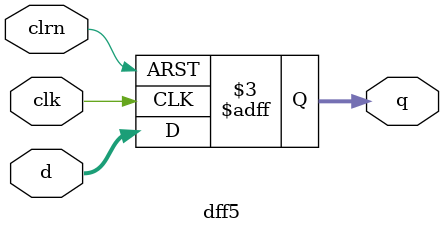
<source format=v>
module dff32 (d,clk,clrn,q);
   input  [31:0] d;
   input         clk,clrn;
   output [31:0] q;
   reg 	[31:0]    q;
   always @ (negedge clrn or posedge clk)
      if (clrn == 0) begin

          q <=0;
      end else begin
          q <= d;
      end
endmodule

module dff1 (d,clk,clrn,q);
   input   d;
   input   clk,clrn;
   output  q;
   reg 	  q;
   always @ (negedge clrn or posedge clk)
      if (clrn == 0) begin

          q <=0;
         
      end else begin
          q <= d;
      end
endmodule

module dff4 (d,clk,clrn,q);
   input  [3:0] d;
   input         clk,clrn;
   output [3:0] q;
   reg 	[3:0]    q;
   always @ (negedge clrn or posedge clk)
      if (clrn == 0) begin

          q <=0;

      end else begin
          q <= d;
      end
endmodule

module dff5 (d,clk,clrn,q);
   input  [4:0] d;
   input         clk,clrn;
   output [4:0] q;
   reg 	[4:0]    q;
   always @ (negedge clrn or posedge clk)
      if (clrn == 0) begin

          q <=0;

      end else begin
          q <= d;
      end
endmodule
</source>
